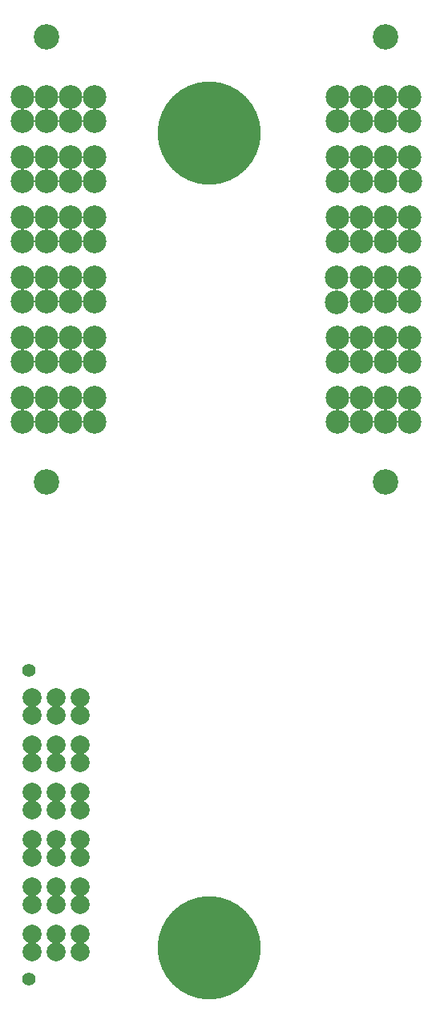
<source format=gts>
G04 Layer_Color=8388736*
%FSLAX42Y42*%
%MOMM*%
G71*
G01*
G75*
%ADD17C,2.69*%
%ADD18C,2.50*%
%ADD19C,2.00*%
%ADD20C,1.39*%
%ADD21C,10.90*%
D17*
X5005Y11619D02*
D03*
Y6920D02*
D03*
X1422D02*
D03*
Y11619D02*
D03*
D18*
X5259Y10984D02*
D03*
X5005D02*
D03*
X4751D02*
D03*
X4497D02*
D03*
Y10730D02*
D03*
X4751D02*
D03*
X5005D02*
D03*
X5259D02*
D03*
Y10349D02*
D03*
X5005D02*
D03*
X4751D02*
D03*
X4497D02*
D03*
Y10095D02*
D03*
X4751D02*
D03*
X5005D02*
D03*
X5265D02*
D03*
X5259Y9714D02*
D03*
X5005D02*
D03*
X4751D02*
D03*
X4497D02*
D03*
Y9460D02*
D03*
X4751D02*
D03*
X5005D02*
D03*
X5259D02*
D03*
Y9079D02*
D03*
X5005D02*
D03*
X4751D02*
D03*
X4490D02*
D03*
Y8814D02*
D03*
X4751Y8825D02*
D03*
X5005D02*
D03*
X5259D02*
D03*
Y7809D02*
D03*
X5005D02*
D03*
X4751D02*
D03*
X4497D02*
D03*
Y7555D02*
D03*
X4751D02*
D03*
X5005D02*
D03*
X5259D02*
D03*
Y8190D02*
D03*
X5005D02*
D03*
X4751D02*
D03*
X4497D02*
D03*
Y8444D02*
D03*
X4751D02*
D03*
X5005D02*
D03*
X5259D02*
D03*
X1168Y7555D02*
D03*
X1422D02*
D03*
X1676D02*
D03*
X1930D02*
D03*
Y7809D02*
D03*
X1676D02*
D03*
X1422D02*
D03*
X1168D02*
D03*
Y8190D02*
D03*
X1422D02*
D03*
X1676D02*
D03*
X1930D02*
D03*
Y8444D02*
D03*
X1676D02*
D03*
X1422D02*
D03*
X1168D02*
D03*
Y8825D02*
D03*
X1422D02*
D03*
X1676D02*
D03*
X1930D02*
D03*
Y9079D02*
D03*
X1676D02*
D03*
X1422D02*
D03*
X1168D02*
D03*
Y9460D02*
D03*
X1422D02*
D03*
X1676D02*
D03*
X1930D02*
D03*
Y9714D02*
D03*
X1676D02*
D03*
X1422D02*
D03*
X1168D02*
D03*
Y10095D02*
D03*
X1422D02*
D03*
X1676D02*
D03*
X1930D02*
D03*
Y10349D02*
D03*
X1676D02*
D03*
X1422D02*
D03*
X1168D02*
D03*
Y10730D02*
D03*
X1422D02*
D03*
X1676D02*
D03*
X1930D02*
D03*
Y10984D02*
D03*
X1676D02*
D03*
X1422D02*
D03*
X1168D02*
D03*
D19*
X1276Y4644D02*
D03*
Y4456D02*
D03*
X1784Y4644D02*
D03*
X1530Y4456D02*
D03*
X1784D02*
D03*
X1530Y4644D02*
D03*
Y4144D02*
D03*
X1276D02*
D03*
X1784D02*
D03*
Y3956D02*
D03*
X1530D02*
D03*
X1276D02*
D03*
Y3644D02*
D03*
X1530D02*
D03*
X1784D02*
D03*
Y3456D02*
D03*
X1526D02*
D03*
X1276D02*
D03*
Y3144D02*
D03*
X1530D02*
D03*
X1784D02*
D03*
Y2956D02*
D03*
X1530D02*
D03*
X1276D02*
D03*
Y2644D02*
D03*
X1530D02*
D03*
X1784D02*
D03*
Y2456D02*
D03*
X1530D02*
D03*
X1276D02*
D03*
Y2144D02*
D03*
X1530D02*
D03*
X1784D02*
D03*
Y1956D02*
D03*
X1530D02*
D03*
X1276D02*
D03*
D20*
X1238Y4932D02*
D03*
Y1668D02*
D03*
D21*
X3146Y10600D02*
D03*
Y2000D02*
D03*
M02*

</source>
